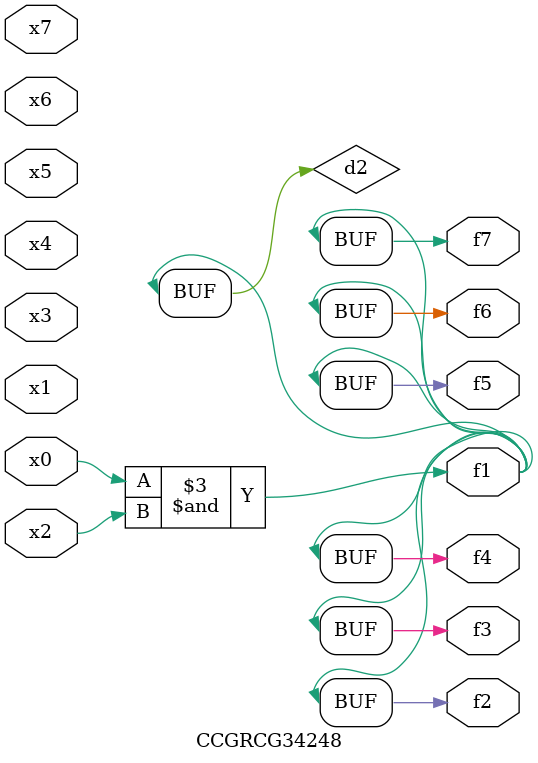
<source format=v>
module CCGRCG34248(
	input x0, x1, x2, x3, x4, x5, x6, x7,
	output f1, f2, f3, f4, f5, f6, f7
);

	wire d1, d2;

	nor (d1, x3, x6);
	and (d2, x0, x2);
	assign f1 = d2;
	assign f2 = d2;
	assign f3 = d2;
	assign f4 = d2;
	assign f5 = d2;
	assign f6 = d2;
	assign f7 = d2;
endmodule

</source>
